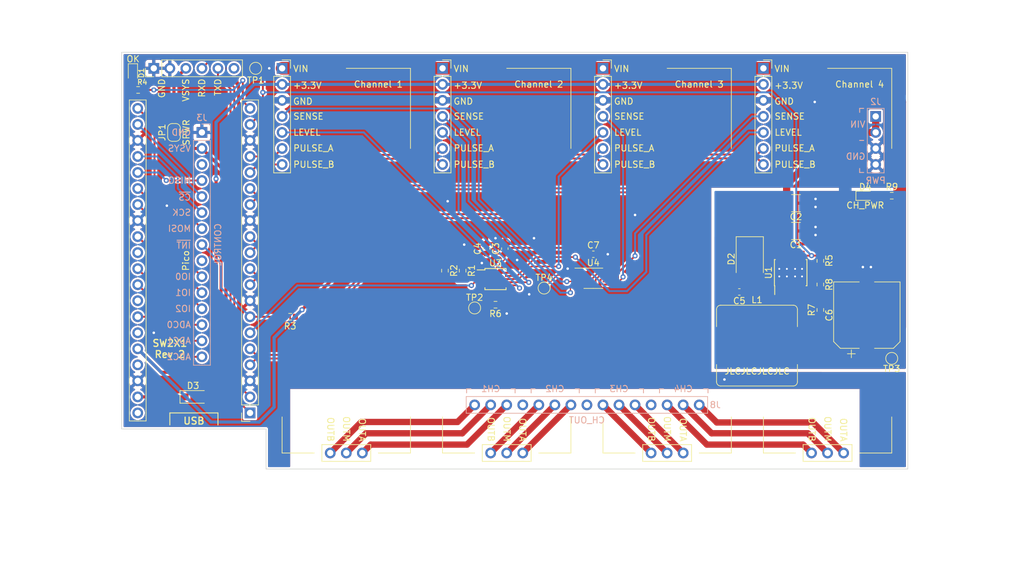
<source format=kicad_pcb>
(kicad_pcb (version 20211014) (generator pcbnew)
  (title_block (title "SW2X1 - Driver Board") (date "2022-12-21") (rev "2") (company "saawsm"))
  (layers (0 "F.Cu" signal) (31 "B.Cu" signal) (34 "B.Paste" user) (35 "F.Paste" user) (36 "B.SilkS" user "B.Silkscreen") (37 "F.SilkS" user "F.Silkscreen") (38 "B.Mask" user) (39 "F.Mask" user) (44 "Edge.Cuts" user))
  (net 0 "")
  (net 1 "VDD")
  (net 2 "GND")
  (net 3 "Net-(D4-Pad2)")
  (net 4 "Net-(C5-Pad2)")
  (net 5 "+9V")
  (net 6 "+3.3V")
  (net 7 "Net-(D1-Pad2)")
  (net 8 "Net-(D3-Pad1)")
  (net 9 "VIN")
  (net 10 "/RXD0")
  (net 11 "/TXD0")
  (net 14 "/~{INT}")
  (net 15 "/MISO")
  (net 16 "/SCK")
  (net 17 "/~{CS}")
  (net 18 "/MOSI")
  (net 20 "/ADC2")
  (net 21 "/ADC1")
  (net 22 "/ADC0")
  (net 23 "/IO2")
  (net 24 "/IO1")
  (net 25 "/IO0")
  (net 26 "/CH1_SENSE")
  (net 27 "/CH1_LVL")
  (net 28 "/CH1_PA")
  (net 29 "/CH1_PB")
  (net 30 "Net-(J4-Pad8)")
  (net 31 "Net-(J4-Pad9)")
  (net 32 "Net-(J4-Pad10)")
  (net 33 "/CH2_SENSE")
  (net 34 "/CH2_LVL")
  (net 35 "/CH2_PA")
  (net 36 "/CH2_PB")
  (net 37 "Net-(J5-Pad8)")
  (net 38 "Net-(J5-Pad9)")
  (net 39 "Net-(J5-Pad10)")
  (net 40 "/CH3_SENSE")
  (net 41 "/CH3_LVL")
  (net 42 "/CH3_PA")
  (net 43 "/CH3_PB")
  (net 44 "Net-(J6-Pad8)")
  (net 45 "Net-(J6-Pad9)")
  (net 46 "Net-(J6-Pad10)")
  (net 47 "/CH4_SENSE")
  (net 48 "/CH4_LVL")
  (net 49 "/CH4_PA")
  (net 50 "/CH4_PB")
  (net 51 "Net-(J7-Pad8)")
  (net 52 "Net-(J7-Pad9)")
  (net 53 "Net-(J7-Pad10)")
  (net 57 "/SCL_PER")
  (net 58 "/SDA_PER")
  (net 59 "/LED_OK")
  (net 60 "/REG_EN")
  (net 61 "/~{LDAC}")
  (net 62 "Net-(R7-Pad1)")
  (net 63 "Net-(TP2-Pad1)")
  (net 64 "Net-(TP4-Pad1)")
  (net 72 "Net-(C5-Pad1)")
  (net 73 "Net-(J1-Pad3)")
  (net 74 "GND1")
  (footprint "Package_SO:MSOP-10_3x3mm_P0.5mm" (layer "F.Cu") (at 132.842 90.551)
    (fp_text reference locked "U3")
    (fp_text value locked "MCP4728")
  )
  (footprint "SaawLib:RPi_Pico_THT" (layer "F.Cu") (at 85.09 87.63 180)
    (fp_text reference "U2" hide)
    (fp_text value locked "Pico")
  )
  (footprint "Resistor_SMD:R_0603_1608Metric" (layer "F.Cu") (at 124.841 89.218 -90)
    (fp_text reference locked "R2")
    (fp_text value locked "4.7K")
  )
  (footprint "Capacitor_SMD:C_0603_1608Metric" (layer "F.Cu") (at 148.336 86.614)
    (fp_text reference locked "C7")
    (fp_text value locked "100nF")
  )
  (footprint "TestPoint:TestPoint_Pad_D1.5mm" (layer "F.Cu") (at 140.541553 91.968402)
    (fp_text reference locked "TP4")
    (fp_text value locked "RDY")
  )
  (footprint "Package_SO:VSSOP-10_3x3mm_P0.5mm" (layer "F.Cu") (at 148.336 90.424)
    (fp_text reference locked "U4")
    (fp_text value locked "ADS1015")
  )
  (footprint "Resistor_SMD:R_0603_1608Metric" (layer "F.Cu") (at 184.277 95.441 -90)
    (fp_text reference locked "R7")
    (fp_text value locked "10K")
  )
  (footprint "Package_SO:TI_SO-PowerPAD-8_ThermalVias" (layer "F.Cu") (at 179.578 89.535 90)
    (fp_text reference locked "U1")
    (fp_text value locked "TPS5430DDA")
  )
  (footprint "Capacitor_SMD:C_0603_1608Metric" (layer "F.Cu") (at 131.445 85.725 90)
    (fp_text reference locked "C4")
    (fp_text value locked "100nF")
  )
  (footprint "SaawLib:SW32-MO_Socket" (layer "F.Cu") (at 134.62 87.63 -90)
    (fp_text reference "J5" hide)
    (fp_text value locked "Channel 2")
  )
  (footprint "Capacitor_SMD:C_1210_3225Metric" (layer "F.Cu") (at 180.418 82.931 180)
    (fp_text reference locked "C1")
    (fp_text value locked "10uF")
  )
  (footprint "Inductor_SMD:L_Bourns_SRR1260" (layer "F.Cu") (at 174.244 101.092)
    (fp_text reference locked "L1")
    (fp_text value locked "15uH")
  )
  (footprint "SaawLib:SW32-MO_Socket" (layer "F.Cu") (at 109.22 87.63 -90)
    (fp_text reference "J4" hide)
    (fp_text value locked "Channel 1")
  )
  (footprint "Capacitor_SMD:C_1210_3225Metric" (layer "F.Cu") (at 180.418 78.522684 180)
    (fp_text reference locked "C2")
    (fp_text value locked "10uF")
  )
  (footprint "Jumper:SolderJumper-2_P1.3mm_Open_RoundedPad1.0x1.5mm" (layer "F.Cu") (at 81.940053 67.31 90)
    (fp_text reference locked "JP1")
    (fp_text value locked "SPWR")
  )
  (footprint "Resistor_SMD:R_0603_1608Metric" (layer "F.Cu") (at 127.635 89.218 -90)
    (fp_text reference locked "R1")
    (fp_text value locked "4.7K")
  )
  (footprint "TestPoint:TestPoint_Pad_D1.5mm" (layer "F.Cu") (at 129.54 95.123)
    (fp_text reference locked "TP2")
    (fp_text value locked "~{BSY}")
  )
  (footprint "Connector_PinHeader_2.54mm:PinHeader_1x06_P2.54mm_Vertical" (layer "F.Cu") (at 78.74 57.15 90)
    (fp_text reference locked "J1")
    (fp_text value "SERIAL (3v3)" hide)
  )
  (footprint "Resistor_SMD:R_0603_1608Metric" (layer "F.Cu") (at 76.263 60.579)
    (fp_text reference locked "R4")
    (fp_text value locked "1.5K")
  )
  (footprint "SaawLib:SW32-MO_Socket" (layer "F.Cu") (at 185.42 87.63 -90)
    (fp_text reference "J7" hide)
    (fp_text value locked "Channel 4")
  )
  (footprint "LED_SMD:LED_0603_1608Metric" (layer "F.Cu") (at 75.438 57.912 -90)
    (fp_text reference locked "D1")
    (fp_text value locked "OK")
  )
  (footprint "TestPoint:TestPoint_Pad_D1.5mm" (layer "F.Cu") (at 195.58 103.124 180)
    (fp_text reference locked "TP3")
    (fp_text value locked "9.2V")
  )
  (footprint "Diode_SMD:D_SMB" (layer "F.Cu") (at 173.101 87.385 -90)
    (fp_text reference locked "D2")
    (fp_text value locked "SSB44-E3")
  )
  (footprint "Resistor_SMD:R_0603_1608Metric" (layer "F.Cu") (at 132.842 94.615 180)
    (fp_text reference locked "R6")
    (fp_text value locked "10K")
  )
  (footprint "Resistor_SMD:R_0603_1608Metric" (layer "F.Cu") (at 184.277 91.41 -90)
    (fp_text reference locked "R8")
    (fp_text value locked "1.5K")
  )
  (footprint "Resistor_SMD:R_0603_1608Metric" (layer "F.Cu") (at 184.277 87.66 -90)
    (fp_text reference locked "R5")
    (fp_text value locked "100K")
  )
  (footprint "Capacitor_SMD:CP_Elec_10x7.9" (layer "F.Cu") (at 191.643 96.266 90)
    (fp_text reference locked "C6")
    (fp_text value locked "180uF")
  )
  (footprint "SaawLib:SW32-MO_Socket" (layer "F.Cu") (at 160.02 87.63 -90)
    (fp_text reference "J6" hide)
    (fp_text value locked "Channel 3")
  )
  (footprint "Resistor_SMD:R_0603_1608Metric" (layer "F.Cu") (at 195.58 77.343 180)
    (fp_text reference "R9")
    (fp_text value "4.7K")
  )
  (footprint "Capacitor_SMD:C_0603_1608Metric" (layer "F.Cu") (at 171.45 92.583 180)
    (fp_text reference locked "C5")
    (fp_text value locked "10nF")
  )
  (footprint "Diode_SMD:D_SOD-123F" (layer "F.Cu") (at 85.09 109.22)
    (fp_text reference locked "D3")
    (fp_text value locked "SS24FL")
  )
  (footprint "LED_SMD:LED_0603_1608Metric" (layer "F.Cu") (at 191.389 77.343)
    (fp_text reference locked "D4")
    (fp_text value locked "CH_PWR")
  )
  (footprint "Capacitor_SMD:C_0603_1608Metric" (layer "F.Cu") (at 134.325 85.725 90)
    (fp_text reference locked "C3")
    (fp_text value locked "10uF")
  )
  (footprint "Resistor_SMD:R_0603_1608Metric" (layer "F.Cu") (at 100.33 96.52 180)
    (fp_text reference locked "R3")
    (fp_text value locked "10K")
  )
  (footprint "TestPoint:TestPoint_Pad_D1.5mm" (layer "F.Cu") (at 94.869 57.15 180)
    (fp_text reference locked "TP1")
    (fp_text value locked "EN")
  )
  (footprint "Connector_PinHeader_2.54mm:PinHeader_1x15_P2.54mm_Vertical" (layer "B.Cu") (at 86.36 67.31 180)
    (fp_text reference locked "J3")
    (fp_text value locked "CONTROL")
  )
  (footprint "Connector_PinHeader_2.54mm:PinHeader_1x04_P2.54mm_Vertical" (layer "B.Cu") (at 193.04 64.77 180)
    (fp_text reference locked "J2")
    (fp_text value "PWR")
  )
  (footprint "NetTie:NetTie-2_SMD_Pad2.0mm" (layer "B.Cu") (at 188.214 76.327 90)
    (fp_text reference "NT1")
    (fp_text value "2 mm")
  )
  (footprint "Connector_PinHeader_2.54mm:PinHeader_1x15_P2.54mm_Vertical" (layer "B.Cu") (at 129.53992 110.49 -90)
    (fp_text reference locked "J8")
    (fp_text value locked "CH_OUT")
  )
  (gr_line locked (start 166.49 108.585) (end 166.49 107.95) (layer "B.SilkS") (width 0.15))
  (gr_line locked (start 138.49 107.95) (end 139.125 107.95) (layer "B.SilkS") (width 0.15))
  (gr_line locked (start 128.27 107.95) (end 128.965 107.95) (layer "B.SilkS") (width 0.15))
  (gr_line locked (start 158.81 107.95) (end 159.445 107.95) (layer "B.SilkS") (width 0.15))
  (gr_line locked (start 148.65 108.585) (end 148.65 107.95) (layer "B.SilkS") (width 0.15))
  (gr_line locked (start 135.95 108.585) (end 135.95 107.95) (layer "B.SilkS") (width 0.15))
  (gr_line locked (start 191.135 68.58) (end 190.5 68.58) (layer "B.SilkS") (width 0.15))
  (gr_line locked (start 128.27 108.585) (end 128.27 107.95) (layer "B.SilkS") (width 0.15))
  (gr_line locked (start 191.135 63.5) (end 190.5 63.5) (layer "B.SilkS") (width 0.15))
  (gr_line locked (start 156.27 108.585) (end 156.27 107.95) (layer "B.SilkS") (width 0.15))
  (gr_line locked (start 190.5 63.5) (end 190.5 64.135) (layer "B.SilkS") (width 0.15))
  (gr_line locked (start 166.49 107.95) (end 165.795 107.95) (layer "B.SilkS") (width 0.15))
  (gr_line locked (start 146.11 108.585) (end 146.11 107.95) (layer "B.SilkS") (width 0.15))
  (gr_line locked (start 148.65 107.95) (end 149.285 107.95) (layer "B.SilkS") (width 0.15))
  (gr_line locked (start 158.81 108.585) (end 158.81 107.95) (layer "B.SilkS") (width 0.15))
  (gr_line locked (start 191.135 73.66) (end 190.5 73.66) (layer "B.SilkS") (width 0.15))
  (gr_line locked (start 156.27 107.95) (end 155.635 107.95) (layer "B.SilkS") (width 0.15))
  (gr_line locked (start 138.49 108.585) (end 138.49 107.95) (layer "B.SilkS") (width 0.15))
  (gr_line locked (start 190.5 73.66) (end 190.5 73.025) (layer "B.SilkS") (width 0.15))
  (gr_line locked (start 146.11 107.95) (end 145.475 107.95) (layer "B.SilkS") (width 0.15))
  (gr_line locked (start 135.95 107.95) (end 135.315 107.95) (layer "B.SilkS") (width 0.15))
  (gr_line locked (start 81.28 113.665) (end 81.28 111.76) (layer "F.SilkS") (width 0.15))
  (gr_line locked (start 81.28 111.76) (end 88.9 111.76) (layer "F.SilkS") (width 0.15))
  (gr_line locked (start 88.9 111.76) (end 88.9 113.665) (layer "F.SilkS") (width 0.15))
  (gr_line locked (start 73.66 54.61) (end 73.66 114.3) (layer "Edge.Cuts") (width 0.1))
  (gr_line locked (start 198.12 54.61) (end 73.66 54.61) (layer "Edge.Cuts") (width 0.1))
  (gr_line locked (start 96.52 114.3) (end 96.52 120.65) (layer "Edge.Cuts") (width 0.1))
  (gr_line locked (start 96.52 120.65) (end 198.12 120.65) (layer "Edge.Cuts") (width 0.1))
  (gr_line locked (start 198.12 120.65) (end 198.12 54.61) (layer "Edge.Cuts") (width 0.1))
  (gr_line locked (start 73.66 114.3) (end 96.52 114.3) (layer "Edge.Cuts") (width 0.1))
  (gr_text "SW2X1\nRev 2" (at 81.28 101.6) (layer "F.SilkS") (effects (font (size 1.1 1.1) (thickness 0.2))))
  (gr_text "JLCJLCJLCJLC" (at 174.272213 105.158009) (layer "F.SilkS") (effects (font (size 1 1))))
  (gr_text "USB" (at 85.09 113.03) (layer "F.SilkS") (effects (font (size 1.1 1.1) (thickness 0.2))))
  (segment (start 81.940053 67.96) (end 82.114554 67.96) (width 0.5) (layer "F.Cu") (net 1))
  (segment (start 82.114554 67.96) (end 84.004554 69.85) (width 0.5) (layer "F.Cu") (net 1))
  (segment locked (start 86.533797 109.22) (end 90.17 105.583797) (width 0.5) (layer "F.Cu") (net 1))
  (segment (start 84.004554 69.85) (end 86.36 69.85) (width 0.5) (layer "F.Cu") (net 1))
  (segment locked (start 86.49 109.22) (end 86.533797 109.22) (width 0.5) (layer "F.Cu") (net 1))
  (segment locked (start 90.17 73.66) (end 86.36 69.85) (width 0.5) (layer "F.Cu") (net 1))
  (segment locked (start 90.17 105.583797) (end 90.17 73.66) (width 0.5) (layer "F.Cu") (net 1))
  (via locked (at 134.62 96.012) (size 0.8) (drill 0.4) (layers "F.Cu" "B.Cu") (net 2))
  (via locked (at 154.94 80.391) (size 0.8) (drill 0.4) (layers "F.Cu" "B.Cu") (net 2))
  (via locked (at 127.889 85.09) (size 0.8) (drill 0.4) (layers "F.Cu" "B.Cu") (net 2))
  (via locked (at 144.272 88.9) (size 0.8) (drill 0.4) (layers "F.Cu" "B.Cu") (net 2))
  (via locked (at 138.938 84.074) (size 0.8) (drill 0.4) (layers "F.Cu" "B.Cu") (net 2))
  (via locked (at 130.683 88.011) (size 0.8) (drill 0.4) (layers "F.Cu" "B.Cu") (net 2))
  (via locked (at 80.808282 78.923205) (size 0.8) (drill 0.4) (layers "F.Cu" "B.Cu") (net 2))
  (via locked (at 136.267903 87.529039) (size 0.8) (drill 0.4) (layers "F.Cu" "B.Cu") (net 2))
  (via locked (at 138.176 92.964) (size 0.8) (drill 0.4) (layers "F.Cu" "B.Cu") (net 2))
  (via locked (at 78.74 99.06) (size 0.8) (drill 0.4) (layers "F.Cu" "B.Cu") (net 2))
  (via locked (at 169.092155 106.464677) (size 0.8) (drill 0.4) (layers "F.Cu" "B.Cu") (net 2))
  (via locked (at 132.842 84.074) (size 0.8) (drill 0.4) (layers "F.Cu" "B.Cu") (net 2))
  (via locked (at 125.271857 78.215775) (size 0.8) (drill 0.4) (layers "F.Cu" "B.Cu") (net 2))
  (via locked (at 183.388 62.484) (size 0.8) (drill 0.4) (layers "F.Cu" "B.Cu") (net 2))
  (via locked (at 97.02 57.15) (size 0.8) (drill 0.4) (layers "F.Cu" "B.Cu") (net 2))
  (via locked (at 150.622 86.614) (size 0.8) (drill 0.4) (layers "F.Cu" "B.Cu") (net 2))
  (segment locked (start 192.1765 77.343) (end 194.755 77.343) (width 0.3) (layer "F.Cu") (net 3))
  (segment locked (start 184.277 96.266) (end 195.961 96.266) (width 0.3) (layer "F.Cu") (net 5))
  (segment locked (start 196.85 62.484) (end 196.85 98.171) (width 2) (layer "F.Cu") (net 5))
  (segment locked (start 175.26 57.15) (end 191.516 57.15) (width 2) (layer "F.Cu") (net 5))
  (segment locked (start 175.26 57.15) (end 99.06 57.15) (width 2) (layer "F.Cu") (net 5))
  (segment locked (start 191.516 57.15) (end 196.85 62.484) (width 2) (layer "F.Cu") (net 5))
  (segment locked (start 150.486 90.424) (end 151.459843 90.424) (width 0.2) (layer "F.Cu") (net 6))
  (segment locked (start 130.642 89.551) (end 128.888612 89.551) (width 0.2) (layer "F.Cu") (net 6))
  (segment locked (start 146.545 85.598) (end 147.561 86.614) (width 0.3) (layer "F.Cu") (net 6))
  (segment locked (start 87.068894 105.324159) (end 88.602633 103.79042) (width 0.5) (layer "F.Cu") (net 6))
  (segment locked (start 134.325 86.5) (end 135.227 85.598) (width 0.3) (layer "F.Cu") (net 6))
  (segment locked (start 151.714905 90.168938) (end 151.714905 89.966095) (width 0.2) (layer "F.Cu") (net 6))
  (segment locked (start 88.602633 103.79042) (end 88.602633 74.660954) (width 0.5) (layer "F.Cu") (net 6))
  (segment locked (start 76.2 101.6) (end 79.924159 105.324159) (width 0.5) (layer "F.Cu") (net 6))
  (segment locked (start 134.325 86.5) (end 131.445 86.5) (width 0.3) (layer "F.Cu") (net 6))
  (segment locked (start 149.339 88.392) (end 150.495 88.392) (width 0.25) (layer "F.Cu") (net 6))
  (segment locked (start 151.459843 90.424) (end 151.714905 90.168938) (width 0.2) (layer "F.Cu") (net 6))
  (segment locked (start 151.047226 88.392) (end 150.495 88.392) (width 0.25) (layer "F.Cu") (net 6))
  (segment locked (start 151.714905 89.966095) (end 151.714905 89.059679) (width 0.25) (layer "F.Cu") (net 6))
  (segment locked (start 135.227 85.598) (end 146.545 85.598) (width 0.3) (layer "F.Cu") (net 6))
  (segment locked (start 101.155 96.464979) (end 111.119979 86.5) (width 0.5) (layer "F.Cu") (net 6))
  (segment locked (start 128.882924 89.551) (end 127.730612 88.398688) (width 0.25) (layer "F.Cu") (net 6))
  (segment locked (start 127.635 88.393) (end 124.841 88.393) (width 0.3) (layer "F.Cu") (net 6))
  (segment locked (start 111.119979 86.5) (end 131.445 86.5) (width 0.5) (layer "F.Cu") (net 6))
  (segment locked (start 147.561 86.614) (end 149.339 88.392) (width 0.25) (layer "F.Cu") (net 6))
  (segment locked (start 101.155 96.52) (end 101.155 96.464979) (width 0.5) (layer "F.Cu") (net 6))
  (segment locked (start 134.325 87.417) (end 134.325 86.5) (width 0.2) (layer "F.Cu") (net 6))
  (segment locked (start 79.924159 105.324159) (end 87.068894 105.324159) (width 0.5) (layer "F.Cu") (net 6))
  (segment locked (start 130.642 89.551) (end 132.191 89.551) (width 0.2) (layer "F.Cu") (net 6))
  (segment locked (start 132.191 89.551) (end 134.325 87.417) (width 0.2) (layer "F.Cu") (net 6))
  (segment locked (start 151.714905 89.059679) (end 151.047226 88.392) (width 0.25) (layer "F.Cu") (net 6))
  (via locked (at 88.602633 74.660954) (size 0.8) (drill 0.4) (layers "F.Cu" "B.Cu") (net 6))
  (via locked (at 102.207843 95.415757) (size 0.8) (drill 0.4) (layers "F.Cu" "B.Cu") (net 6))
  (segment locked (start 87.799923 113.199923) (end 95.419924 113.199923) (width 0.5) (layer "B.Cu") (net 6))
  (segment locked (start 94.615 59.69) (end 88.602633 65.702367) (width 0.5) (layer "B.Cu") (net 6))
  (segment locked (start 76.2 101.6) (end 87.799923 113.199923) (width 0.5) (layer "B.Cu") (net 6))
  (segment locked (start 175.26 59.69) (end 94.615 59.69) (width 0.5) (layer "B.Cu") (net 6))
  (segment locked (start 97.79 99.8336) (end 102.207843 95.415757) (width 0.5) (layer "B.Cu") (net 6))
  (segment locked (start 88.602633 65.702367) (end 88.602633 74.660954) (width 0.5) (layer "B.Cu") (net 6))
  (segment locked (start 95.419924 113.199923) (end 97.79 110.829847) (width 0.5) (layer "B.Cu") (net 6))
  (segment locked (start 97.79 110.829847) (end 97.79 99.8336) (width 0.5) (layer "B.Cu") (net 6))
  (segment locked (start 75.438 60.579) (end 75.438 58.6995) (width 0.3) (layer "F.Cu") (net 7))
  (segment locked (start 76.2 109.22) (end 83.69 109.22) (width 0.5) (layer "F.Cu") (net 8))
  (segment locked (start 178.943 82.931) (end 178.943 78.522684) (width 1.15) (layer "F.Cu") (net 9))
  (segment locked (start 178.943 75.565) (end 187.198 67.31) (width 1.15) (layer "F.Cu") (net 9))
  (segment locked (start 193.04 67.31) (end 193.04 64.77) (width 1.15) (layer "F.Cu") (net 9))
  (segment locked (start 178.943 82.931) (end 178.943 86.835) (width 0.8) (layer "F.Cu") (net 9))
  (segment locked (start 178.943 78.522684) (end 178.943 75.565) (width 1.15) (layer "F.Cu") (net 9))
  (segment locked (start 187.198 67.31) (end 193.04 67.31) (width 1.15) (layer "F.Cu") (net 9))
  (segment locked (start 93.98 109.22) (end 91.486366 106.726366) (width 0.3) (layer "F.Cu") (net 10))
  (segment locked (start 91.486365 60.158543) (end 90.17 58.842178) (width 0.3) (layer "F.Cu") (net 10))
  (segment locked (start 90.17 56.388) (end 89.535 55.753) (width 0.3) (layer "F.Cu") (net 10))
  (segment locked (start 91.486366 106.726366) (end 91.486365 60.158543) (width 0.3) (layer "F.Cu") (net 10))
  (segment locked (start 87.757 55.753) (end 86.36 57.15) (width 0.3) (layer "F.Cu") (net 10))
  (segment locked (start 89.535 55.753) (end 87.757 55.753) (width 0.3) (layer "F.Cu") (net 10))
  (segment locked (start 90.17 58.842178) (end 90.17 56.388) (width 0.3) (layer "F.Cu") (net 10))
  (segment locked (start 88.9 57.15) (end 88.9 58.42) (width 0.3) (layer "F.Cu") (net 11))
  (segment locked (start 88.9 58.42) (end 90.886865 60.406865) (width 0.3) (layer "F.Cu") (net 11))
  (segment locked (start 90.886865 108.666865) (end 93.98 111.76) (width 0.3) (layer "F.Cu") (net 11))
  (segment locked (start 90.886865 60.406865) (end 90.886865 108.666865) (width 0.3) (layer "F.Cu") (net 11))
  (segment locked (start 99.505 96.52) (end 93.98 96.52) (width 0.3) (layer "F.Cu") (net 14))
  (segment locked (start 89.377022 88.107022) (end 86.36 85.09) (width 0.3) (layer "B.Cu") (net 14))
  (segment locked (start 89.377022 91.917022) (end 89.377022 88.107022) (width 0.3) (layer "B.Cu") (net 14))
  (segment locked (start 93.98 96.52) (end 89.377022 91.917022) (width 0.3) (layer "B.Cu") (net 14))
  (segment locked (start 80.728041 74.93) (end 80.7186 74.920559) (width 0.3) (layer "F.Cu") (net 15))
  (segment locked (start 86.36 74.93) (end 80.728041 74.93) (width 0.3) (layer "F.Cu") (net 15))
  (via locked (at 80.7186 74.920559) (size 0.8) (drill 0.4) (layers "F.Cu" "B.Cu") (net 15))
  (segment locked (start 76.2 73.66) (end 79.458041 73.66) (width 0.3) (layer "B.Cu") (net 15))
  (segment locked (start 79.458041 73.66) (end 80.7186 74.920559) (width 0.3) (layer "B.Cu") (net 15))
  (segment locked (start 79.258626 71.12) (end 82.55 74.411374) (width 0.3) (layer "B.Cu") (net 16))
  (segment locked (start 76.2 71.12) (end 79.258626 71.12) (width 0.3) (layer "B.Cu") (net 16))
  (segment locked (start 82.55 74.411374) (end 82.55 76.2) (width 0.3) (layer "B.Cu") (net 16))
  (segment locked (start 82.55 76.2) (end 86.36 80.01) (width 0.3) (layer "B.Cu") (net 16))
  (segment locked (start 84.346584 74.186584) (end 84.355438 74.186584) (width 0.3) (layer "B.Cu") (net 17))
  (segment locked (start 84.355438 75.465438) (end 86.36 77.47) (width 0.3) (layer "B.Cu") (net 17))
  (segment locked (start 84.355438 74.186584) (end 84.355438 75.465438) (width 0.3) (layer "B.Cu") (net 17))
  (segment locked (start 76.2 66.04) (end 84.346584 74.186584) (width 0.3) (layer "B.Cu") (net 17))
  (segment locked (start 76.2 63.5) (end 78.85416 66.15416) (width 0.3) (layer "F.Cu") (net 18))
  (segment locked (start 78.85416 75.04416) (end 86.36 82.55) (width 0.3) (layer "F.Cu") (net 18))
  (segment locked (start 78.85416 66.15416) (end 78.85416 75.04416) (width 0.3) (layer "F.Cu") (net 18))
  (segment locked (start 86.36 102.87) (end 84.964296 102.87) (width 0.3) (layer "F.Cu") (net 20))
  (segment locked (start 78.614296 96.52) (end 76.2 96.52) (width 0.3) (layer "F.Cu") (net 20))
  (segment locked (start 84.964296 102.87) (end 78.614296 96.52) (width 0.3) (layer "F.Cu") (net 20))
  (segment locked (start 85.09 100.33) (end 76.2 91.44) (width 0.3) (layer "F.Cu") (net 21))
  (segment locked (start 86.36 100.33) (end 85.09 100.33) (width 0.3) (layer "F.Cu") (net 21))
  (segment locked (start 86.36 97.79) (end 85.055451 97.79) (width 0.3) (layer "F.Cu") (net 22))
  (segment locked (start 76.2 88.934549) (end 76.2 88.9) (width 0.3) (layer "F.Cu") (net 22))
  (segment locked (start 85.055451 97.79) (end 76.2 88.934549) (width 0.3) (layer "F.Cu") (net 22))
  (segment locked (start 86.36 95.236718) (end 78.753282 87.63) (width 0.3) (layer "F.Cu") (net 23))
  (segment locked (start 78.74 87.63) (end 78.74 86.36) (width 0.3) (layer "F.Cu") (net 23))
  (segment locked (start 78.753282 87.63) (end 78.74 87.63) (width 0.3) (layer "F.Cu") (net 23))
  (segment locked (start 86.36 95.25) (end 86.36 95.236718) (width 0.3) (layer "F.Cu") (net 23))
  (segment locked (start 78.74 86.36) (end 76.2 83.82) (width 0.3) (layer "F.Cu") (net 23))
  (segment locked (start 80.774656 83.314656) (end 76.2 78.74) (width 0.3) (layer "F.Cu") (net 24))
  (segment locked (start 80.774656 87.124656) (end 80.774656 83.314656) (width 0.3) (layer "F.Cu") (net 24))
  (segment locked (start 86.36 92.71) (end 80.774656 87.124656) (width 0.3) (layer "F.Cu") (net 24))
  (segment locked (start 82.781879 82.781879) (end 82.781879 86.591879) (width 0.3) (layer "F.Cu") (net 25))
  (segment locked (start 76.2 76.2) (end 82.781879 82.781879) (width 0.3) (layer "F.Cu") (net 25))
  (segment locked (start 82.781879 86.591879) (end 86.36 90.17) (width 0.3) (layer "F.Cu") (net 25))
  (segment locked (start 146.186 90.924) (end 144.158691 90.924) (width 0.2) (layer "F.Cu") (net 26))
  (via locked (at 144.137407 90.945284) (size 0.8) (drill 0.4) (layers "F.Cu" "B.Cu") (net 26))
  (segment locked (start 125.680009 63.52461) (end 130.193876 68.038477) (width 0.3) (layer "B.Cu") (net 26))
  (segment locked (start 130.193876 77.927998) (end 143.211162 90.945284) (width 0.3) (layer "B.Cu") (net 26))
  (segment locked (start 100.30539 63.52461) (end 125.680009 63.52461) (width 0.3) (layer "B.Cu") (net 26))
  (segment locked (start 143.211162 90.945284) (end 144.137407 90.945284) (width 0.3) (layer "B.Cu") (net 26))
  (segment locked (start 99.06 64.77) (end 100.30539 63.52461) (width 0.3) (layer "B.Cu") (net 26))
  (segment locked (start 130.193876 68.038477) (end 130.193876 77.927998) (width 0.3) (layer "B.Cu") (net 26))
  (segment locked (start 136.227422 91.551) (end 136.656346 91.979924) (width 0.25) (layer "F.Cu") (net 27))
  (segment locked (start 135.042 91.551) (end 136.227422 91.551) (width 0.25) (layer "F.Cu") (net 27))
  (via locked (at 136.656346 91.979924) (size 0.8) (drill 0.4) (layers "F.Cu" "B.Cu") (net 27))
  (segment locked (start 111.986422 67.31) (end 136.656346 91.979924) (width 0.3) (layer "B.Cu") (net 27))
  (segment locked (start 99.06 67.31) (end 111.986422 67.31) (width 0.3) (layer "B.Cu") (net 27))
  (segment locked (start 97.79 71.12) (end 99.06 69.85) (width 0.3) (layer "F.Cu") (net 28))
  (segment locked (start 97.79 71.12) (end 93.98 71.12) (width 0.3) (layer "F.Cu") (net 28))
  (segment locked (start 93.98 73.66) (end 95.25 72.39) (width 0.3) (layer "F.Cu") (net 29))
  (segment locked (start 95.25 72.39) (end 99.06 72.39) (width 0.3) (layer "F.Cu") (net 29))
  (segment locked (start 113.091129 116.778871) (end 111.76 118.11) (width 1) (layer "F.Cu") (net 30))
  (segment locked (start 134.61992 110.49) (end 128.331049 116.778871) (width 1) (layer "F.Cu") (net 30))
  (segment locked (start 128.331049 116.778871) (end 113.091129 116.778871) (width 1) (layer "F.Cu") (net 30))
  (segment locked (start 109.22 118.11) (end 112.341425 114.988575) (width 1) (layer "F.Cu") (net 31))
  (segment locked (start 112.341425 114.988575) (end 127.581345 114.988575) (width 1) (layer "F.Cu") (net 31))
  (segment locked (start 127.581345 114.988575) (end 132.07992 110.49) (width 1) (layer "F.Cu") (net 31))
  (segment locked (start 111.591721 113.198279) (end 106.68 118.11) (width 1) (layer "F.Cu") (net 32))
  (segment locked (start 129.53992 110.49) (end 126.831641 113.198279) (width 1) (layer "F.Cu") (net 32))
  (segment locked (start 126.831641 113.198279) (end 111.591721 113.198279) (width 1) (layer "F.Cu") (net 32))
  (segment locked (start 144.70867 91.863386) (end 144.70867 92.71) (width 0.2) (layer "F.Cu") (net 33))
  (segment locked (start 146.186 91.424) (end 145.148055 91.424) (width 0.2) (layer "F.Cu") (net 33))
  (segment locked (start 145.148055 91.424) (end 144.70867 91.863386) (width 0.2) (layer "F.Cu") (net 33))
  (via locked (at 144.70867 92.71) (size 0.8) (drill 0.4) (layers "F.Cu" "B.Cu") (net 33))
  (segment locked (start 124.542696 64.77) (end 128.589414 68.816718) (width 0.3) (layer "B.Cu") (net 33))
  (segment locked (start 128.589414 68.816718) (end 128.589414 78.179939) (width 0.3) (layer "B.Cu") (net 33))
  (segment locked (start 143.119475 92.71) (end 144.70867 92.71) (width 0.3) (layer "B.Cu") (net 33))
  (segment locked (start 128.589414 78.179939) (end 143.119475 92.71) (width 0.3) (layer "B.Cu") (net 33))
  (segment locked (start 124.46 64.77) (end 124.542696 64.77) (width 0.3) (layer "B.Cu") (net 33))
  (segment locked (start 135.042 91.051) (end 138.087973 91.051) (width 0.25) (layer "F.Cu") (net 34))
  (via locked (at 138.113051 91.076078) (size 0.8) (drill 0.4) (layers "F.Cu" "B.Cu") (net 34))
  (segment locked (start 127 69.85) (end 124.46 67.31) (width 0.3) (layer "B.Cu") (net 34))
  (segment locked (start 127 69.85) (end 127 79.963027) (width 0.3) (layer "B.Cu") (net 34))
  (segment locked (start 127 79.963027) (end 138.113051 91.076078) (width 0.3) (layer "B.Cu") (net 34))
  (segment locked (start 99.058078 77.143564) (end 105.335799 70.865843) (width 0.3) (layer "F.Cu") (net 35))
  (segment locked (start 123.444157 70.865843) (end 124.46 69.85) (width 0.3) (layer "F.Cu") (net 35))
  (segment locked (start 93.98 76.2) (end 94.923564 77.143564) (width 0.3) (layer "F.Cu") (net 35))
  (segment locked (start 99.058078 77.143564) (end 94.923564 77.143564) (width 0.3) (layer "F.Cu") (net 35))
  (segment locked (start 105.335799 70.865843) (end 123.444157 70.865843) (width 0.3) (layer "F.Cu") (net 35))
  (segment locked (start 93.98 78.74) (end 94.964369 77.755631) (width 0.3) (layer "F.Cu") (net 36))
  (segment locked (start 123.54791 71.47791) (end 124.46 72.39) (width 0.3) (layer "F.Cu") (net 36))
  (segment locked (start 99.316869 77.755631) (end 105.59459 71.47791) (width 0.3) (layer "F.Cu") (net 36))
  (segment locked (start 105.59459 71.47791) (end 123.54791 71.47791) (width 0.3) (layer "F.Cu") (net 36))
  (segment locked (start 99.316869 77.755631) (end 94.964369 77.755631) (width 0.3) (layer "F.Cu") (net 36))
  (segment locked (start 137.16 118.11) (end 144.77992 110.49008) (width 1) (layer "F.Cu") (net 37))
  (segment locked (start 134.62 118.11) (end 142.23992 110.49008) (width 1) (layer "F.Cu") (net 38))
  (segment locked (start 139.69992 110.49) (end 132.08 118.10992) (width 1) (layer "F.Cu") (net 39))
  (segment locked (start 151.781 91.424) (end 151.909515 91.424) (width 0.25) (layer "F.Cu") (net 40))
  (segment locked (start 150.486 91.424) (end 151.781 91.424) (width 0.2) (layer "F.Cu") (net 40))
  (segment locked (start 151.909515 91.424) (end 153.039586 90.293929) (width 0.25) (layer "F.Cu") (net 40))
  (via locked (at 153.039586 90.206059) (size 0.8) (drill 0.4) (layers "F.Cu" "B.Cu") (net 40))
  (segment locked (start 153.039586 67.949586) (end 153.039586 90.206059) (width 0.3) (layer "B.Cu") (net 40))
  (segment locked (start 149.86 64.77) (end 153.039586 67.949586) (width 0.3) (layer "B.Cu") (net 40))
  (segment locked (start 135.042 90.551) (end 136.525 90.551) (width 0.25) (layer "F.Cu") (net 41))
  (segment locked (start 138.522895 88.553105) (end 142.84978 88.553105) (width 0.25) (layer "F.Cu") (net 41))
  (segment locked (start 136.525 90.551) (end 138.522895 88.553105) (width 0.25) (layer "F.Cu") (net 41))
  (via locked (at 142.84978 88.553105) (size 0.8) (drill 0.4) (layers "F.Cu" "B.Cu") (net 41))
  (segment locked (start 142.84978 74.32022) (end 142.84978 88.553105) (width 0.3) (layer "B.Cu") (net 41))
  (segment locked (start 149.86 67.31) (end 142.84978 74.32022) (width 0.3) (layer "B.Cu") (net 41))
  (segment locked (start 105.739996 75.727499) (end 131.696689 75.727499) (width 0.3) (layer "F.Cu") (net 42))
  (segment locked (start 96.663519 84.803976) (end 105.739996 75.727499) (width 0.3) (layer "F.Cu") (net 42))
  (segment locked (start 94.966992 84.803976) (end 94.965484 84.805484) (width 0.3) (layer "F.Cu") (net 42))
  (segment locked (start 136.608284 70.815904) (end 148.894096 70.815904) (width 0.3) (layer "F.Cu") (net 42))
  (segment locked (start 131.696689 75.727499) (end 136.608284 70.815904) (width 0.3) (layer "F.Cu") (net 42))
  (segment locked (start 96.663519 84.803976) (end 94.966992 84.803976) (width 0.3) (layer "F.Cu") (net 42))
  (segment locked (start 93.98 83.82) (end 94.965484 84.805484) (width 0.3) (layer "F.Cu") (net 42))
  (segment locked (start 148.894096 70.815904) (end 149.86 69.85) (width 0.3) (layer "F.Cu") (net 42))
  (segment locked (start 106.000734 76.327) (end 96.899308 85.428426) (width 0.3) (layer "F.Cu") (net 43))
  (segment locked (start 149.86 72.39) (end 148.916752 71.446752) (width 0.3) (layer "F.Cu") (net 43))
  (segment locked (start 94.911798 85.428426) (end 94.911686 85.428314) (width 0.3) (layer "F.Cu") (net 43))
  (segment locked (start 94.911686 85.428314) (end 93.98 86.36) (width 0.3) (layer "F.Cu") (net 43))
  (segment locked (start 136.833248 71.446752) (end 131.953 76.327) (width 0.3) (layer "F.Cu") (net 43))
  (segment locked (start 148.916752 71.446752) (end 136.833248 71.446752) (width 0.3) (layer "F.Cu") (net 43))
  (segment locked (start 96.899308 85.428426) (end 94.911798 85.428426) (width 0.3) (layer "F.Cu") (net 43))
  (segment locked (start 131.953 76.327) (end 106.000734 76.327) (width 0.3) (layer "F.Cu") (net 43))
  (segment locked (start 162.56 118.11) (end 157.716286 113.266286) (width 1) (layer "F.Cu") (net 44))
  (segment locked (start 157.716206 113.266286) (end 154.93992 110.49) (width 1) (layer "F.Cu") (net 44))
  (segment locked (start 156.897432 114.987512) (end 152.39992 110.49) (width 1) (layer "F.Cu") (net 45))
  (segment locked (start 160.02 118.11) (end 156.897512 114.987512) (width 1) (layer "F.Cu") (net 45))
  (segment locked (start 149.85992 110.49) (end 156.128311 116.758391) (width 1) (layer "F.Cu") (net 46))
  (segment locked (start 156.128391 116.758391) (end 157.48 118.11) (width 1) (layer "F.Cu") (net 46))
  (segment locked (start 151.703114 90.924) (end 152.265086 90.362028) (width 0.25) (layer "F.Cu") (net 47))
  (segment locked (start 152.265086 89.542914) (end 152.4 89.408) (width 0.25) (layer "F.Cu") (net 47))
  (segment locked (start 151.519 90.924) (end 151.703114 90.924) (width 0.2) (layer "F.Cu") (net 47))
  (segment locked (start 150.486 90.924) (end 151.519 90.924) (width 0.2) (layer "F.Cu") (net 47))
  (segment locked (start 152.4 89.408) (end 154.94 86.868) (width 0.3) (layer "F.Cu") (net 47))
  (segment locked (start 152.265086 90.362028) (end 152.265086 89.542914) (width 0.25) (layer "F.Cu") (net 47))
  (via locked (at 154.94 86.868) (size 0.8) (drill 0.4) (layers "F.Cu" "B.Cu") (net 47))
  (segment locked (start 173.482 64.77) (end 154.94 83.312) (width 0.3) (layer "B.Cu") (net 47))
  (segment locked (start 175.26 64.77) (end 173.482 64.77) (width 0.3) (layer "B.Cu") (net 47))
  (segment locked (start 154.94 83.312) (end 154.94 86.868) (width 0.3) (layer "B.Cu") (net 47))
  (segment locked (start 136.2505 90.051) (end 139.236687 87.064813) (width 0.25) (layer "F.Cu") (net 48))
  (segment locked (start 139.236687 87.064813) (end 145.490658 87.064813) (width 0.25) (layer "F.Cu") (net 48))
  (segment locked (start 135.042 90.051) (end 136.2505 90.051) (width 0.2) (layer "F.Cu") (net 48))
  (via locked (at 145.490658 87.064813) (size 0.8) (drill 0.4) (layers "F.Cu" "B.Cu") (net 48))
  (segment locked (start 156.718 83.566) (end 172.974 67.31) (width 0.3) (layer "B.Cu") (net 48))
  (segment locked (start 153.67 92.456) (end 150.881845 92.456) (width 0.3) (layer "B.Cu") (net 48))
  (segment locked (start 150.881845 92.456) (end 145.490658 87.064813) (width 0.3) (layer "B.Cu") (net 48))
  (segment locked (start 156.718 89.408) (end 153.67 92.456) (width 0.3) (layer "B.Cu") (net 48))
  (segment locked (start 156.718 89.408) (end 156.718 83.566) (width 0.3) (layer "B.Cu") (net 48))
  (segment locked (start 172.974 67.31) (end 175.26 67.31) (width 0.3) (layer "B.Cu") (net 48))
  (segment locked (start 107.034 80.264) (end 135.061637 80.264) (width 0.3) (layer "F.Cu") (net 49))
  (segment locked (start 139.148644 76.176993) (end 156.141667 76.176993) (width 0.3) (layer "F.Cu") (net 49))
  (segment locked (start 156.141667 76.176993) (end 156.889912 75.428748) (width 0.3) (layer "F.Cu") (net 49))
  (segment locked (start 156.889912 75.428748) (end 161.507066 70.811594) (width 0.3) (layer "F.Cu") (net 49))
  (segment locked (start 93.98 88.9) (end 94.932104 89.852104) (width 0.3) (layer "F.Cu") (net 49))
  (segment locked (start 161.507066 70.811594) (end 174.298406 70.811594) (width 0.3) (layer "F.Cu") (net 49))
  (segment locked (start 174.298406 70.811594) (end 175.26 69.85) (width 0.3) (layer "F.Cu") (net 49))
  (segment locked (start 135.061637 80.264) (end 139.148644 76.176993) (width 0.3) (layer "F.Cu") (net 49))
  (segment locked (start 97.445896 89.852104) (end 94.932104 89.852104) (width 0.3) (layer "F.Cu") (net 49))
  (segment locked (start 97.445896 89.852104) (end 107.034 80.264) (width 0.3) (layer "F.Cu") (net 49))
  (segment locked (start 135.317709 80.899) (end 107.289335 80.899) (width 0.3) (layer "F.Cu") (net 50))
  (segment locked (start 156.357793 76.814207) (end 139.402502 76.814207) (width 0.3) (layer "F.Cu") (net 50))
  (segment locked (start 139.402502 76.814207) (end 135.317709 80.899) (width 0.3) (layer "F.Cu") (net 50))
  (segment locked (start 107.289335 80.899) (end 97.724164 90.464171) (width 0.3) (layer "F.Cu") (net 50))
  (segment locked (start 161.748339 71.423661) (end 156.357793 76.814207) (width 0.3) (layer "F.Cu") (net 50))
  (segment locked (start 174.293661 71.423661) (end 161.748339 71.423661) (width 0.3) (layer "F.Cu") (net 50))
  (segment locked (start 94.955829 90.464171) (end 93.98 91.44) (width 0.3) (layer "F.Cu") (net 50))
  (segment locked (start 175.26 72.39) (end 174.293661 71.423661) (width 0.3) (layer "F.Cu") (net 50))
  (segment locked (start 97.724164 90.464171) (end 94.955829 90.464171) (width 0.3) (layer "F.Cu") (net 50))
  (segment locked (start 183.119765 113.269765) (end 167.879685 113.269765) (width 1) (layer "F.Cu") (net 51))
  (segment locked (start 187.96 118.11) (end 183.119765 113.269765) (width 1) (layer "F.Cu") (net 51))
  (segment locked (start 167.879685 113.269765) (end 165.09992 110.49) (width 1) (layer "F.Cu") (net 51))
  (segment locked (start 182.293553 114.983553) (end 167.053473 114.983553) (width 1) (layer "F.Cu") (net 52))
  (segment locked (start 167.053473 114.983553) (end 162.55992 110.49) (width 1) (layer "F.Cu") (net 52))
  (segment locked (start 185.42 118.11) (end 182.293553 114.983553) (width 1) (layer "F.Cu") (net 52))
  (segment locked (start 182.88 118.11) (end 181.54895 116.77895) (width 1) (layer "F.Cu") (net 53))
  (segment locked (start 181.54895 116.77895) (end 166.30887 116.77895) (width 1) (layer "F.Cu") (net 53))
  (segment locked (start 166.30887 116.77895) (end 160.01992 110.49) (width 1) (layer "F.Cu") (net 53))
  (segment locked (start 136.088402 94.361) (end 145.669 94.361) (width 0.25) (layer "F.Cu") (net 57))
  (segment locked (start 133.341501 90.9791) (end 133.341501 91.614099) (width 0.25) (layer "F.Cu") (net 57))
  (segment locked (start 148.209 91.821) (end 148.209 90.424) (width 0.25) (layer "F.Cu") (net 57))
  (segment locked (start 130.642 90.051) (end 132.413401 90.051) (width 0.2) (layer "F.Cu") (net 57))
  (segment locked (start 145.669 94.361) (end 148.209 91.821) (width 0.25) (layer "F.Cu") (net 57))
  (segment locked (start 112.373108 89.235745) (end 126.827745 89.235745) (width 0.3) (layer "F.Cu") (net 57))
  (segment locked (start 133.341501 91.614099) (end 136.088402 94.361) (width 0.25) (layer "F.Cu") (net 57))
  (segment locked (start 149.209 89.424) (end 150.486 89.424) (width 0.2) (layer "F.Cu") (net 57))
  (segment locked (start 130.6175 90.0755) (end 127.6675 90.0755) (width 0.2) (layer "F.Cu") (net 57))
  (segment locked (start 93.98 101.6) (end 94.943966 102.563966) (width 0.3) (layer "F.Cu") (net 57))
  (segment locked (start 99.044887 102.563966) (end 112.373108 89.235745) (width 0.3) (layer "F.Cu") (net 57))
  (segment locked (start 132.413401 90.051) (end 133.341501 90.9791) (width 0.25) (layer "F.Cu") (net 57))
  (segment locked (start 126.827745 89.235745) (end 127.635 90.043) (width 0.3) (layer "F.Cu") (net 57))
  (segment locked (start 148.209 90.424) (end 149.209 89.424) (width 0.25) (layer "F.Cu") (net 57))
  (segment locked (start 99.044887 102.563966) (end 94.943966 102.563966) (width 0.3) (layer "F.Cu") (net 57))
  (segment locked (start 150.486 89.924) (end 149.415402 89.924) (width 0.2) (layer "F.Cu") (net 58))
  (segment locked (start 128.397 90.932) (end 126.873 90.932) (width 0.3) (layer "F.Cu") (net 58))
  (segment locked (start 126.873 90.932) (end 125.984 90.043) (width 0.3) (layer "F.Cu") (net 58))
  (segment locked (start 135.881501 94.860501) (end 132.842 91.820999) (width 0.25) (layer "F.Cu") (net 58))
  (segment locked (start 148.708501 90.630901) (end 148.708501 92.027901) (width 0.25) (layer "F.Cu") (net 58))
  (segment locked (start 99.250736 103.135229) (end 94.984771 103.135229) (width 0.3) (layer "F.Cu") (net 58))
  (segment locked (start 130.642 90.551) (end 128.778 90.551) (width 0.25) (layer "F.Cu") (net 58))
  (segment locked (start 128.778 90.551) (end 128.397 90.932) (width 0.25) (layer "F.Cu") (net 58))
  (segment locked (start 149.415402 89.924) (end 148.708501 90.630901) (width 0.25) (layer "F.Cu") (net 58))
  (segment locked (start 112.342965 90.043) (end 124.841 90.043) (width 0.3) (layer "F.Cu") (net 58))
  (segment locked (start 148.708501 92.027901) (end 145.8759 94.860501) (width 0.25) (layer "F.Cu") (net 58))
  (segment locked (start 132.842 91.820999) (end 132.842 91.186001) (width 0.25) (layer "F.Cu") (net 58))
  (segment locked (start 132.842 91.186001) (end 132.207 90.551) (width 0.25) (layer "F.Cu") (net 58))
  (segment locked (start 132.207 90.551) (end 130.642 90.551) (width 0.25) (layer "F.Cu") (net 58))
  (segment locked (start 93.98 104.14) (end 94.984771 103.135229) (width 0.3) (layer "F.Cu") (net 58))
  (segment locked (start 125.984 90.043) (end 124.841 90.043) (width 0.3) (layer "F.Cu") (net 58))
  (segment locked (start 145.8759 94.860501) (end 135.881501 94.860501) (width 0.25) (layer "F.Cu") (net 58))
  (segment locked (start 99.250736 103.135229) (end 112.342965 90.043) (width 0.3) (layer "F.Cu") (net 58))
  (segment locked (start 93.98 63.5) (end 92.837 62.357) (width 0.3) (layer "F.Cu") (net 59))
  (segment locked (start 92.837 62.357) (end 92.837 59.055) (width 0.3) (layer "F.Cu") (net 59))
  (segment locked (start 77.088 60.579) (end 78.74 60.579) (width 0.3) (layer "F.Cu") (net 59))
  (via locked (at 92.837 59.055) (size 0.8) (drill 0.4) (layers "F.Cu" "B.Cu") (net 59))
  (via locked (at 78.74 60.579) (size 0.8) (drill 0.4) (layers "F.Cu" "B.Cu") (net 59))
  (segment locked (start 92.837 59.055) (end 91.313 60.579) (width 0.3) (layer "B.Cu") (net 59))
  (segment locked (start 91.313 60.579) (end 78.74 60.579) (width 0.3) (layer "B.Cu") (net 59))
  (segment locked (start 96.012 60.96) (end 96.012 58.293) (width 0.3) (layer "F.Cu") (net 60))
  (segment locked (start 181.483 86.835) (end 184.277 86.835) (width 0.3) (layer "F.Cu") (net 60))
  (segment locked (start 93.98 66.04) (end 96.012 64.008) (width 0.3) (layer "F.Cu") (net 60))
  (segment locked (start 96.012 64.008) (end 96.012 60.96) (width 0.3) (layer "F.Cu") (net 60))
  (segment locked (start 96.012 58.293) (end 94.869 57.15) (width 0.3) (layer "F.Cu") (net 60))
  (via locked (at 96.004 60.96) (size 0.8) (drill 0.4) (layers "F.Cu" "B.Cu") (net 60))
  (via locked (at 182.88 86.835) (size 0.8) (drill 0.4) (layers "F.Cu" "B.Cu") (net 60))
  (segment locked (start 180.462413 64.892413) (end 176.53 60.96) (width 0.3) (layer "B.Cu") (net 60))
  (segment locked (start 176.53 60.96) (end 96.004 60.96) (width 0.3) (layer "B.Cu") (net 60))
  (segment locked (start 182.88 86.835) (end 180.462413 84.417413) (width 0.3) (layer "B.Cu") (net 60))
  (segment locked (start 180.462413 84.417413) (end 180.462413 64.892413) (width 0.3) (layer "B.Cu") (net 60))
  (segment locked (start 131.961499 91.370499) (end 131.961499 94.559499) (width 0.25) (layer "F.Cu") (net 61))
  (segment locked (start 129.548 91.051) (end 129.032 91.567) (width 0.25) (layer "F.Cu") (net 61))
  (segment locked (start 131.642 91.051) (end 131.961499 91.370499) (width 0.25) (layer "F.Cu") (net 61))
  (segment locked (start 130.642 91.051) (end 131.642 91.051) (width 0.25) (layer "F.Cu") (net 61))
  (segment locked (start 130.642 91.051) (end 129.548 91.051) (width 0.25) (layer "F.Cu") (net 61))
  (via locked (at 129.032 91.567) (size 0.8) (drill 0.4) (layers "F.Cu" "B.Cu") (net 61))
  (segment locked (start 129.002246 91.565995) (end 129.003251 91.567) (width 0.3) (layer "B.Cu") (net 61))
  (segment locked (start 93.98 99.06) (end 101.474005 91.565995) (width 0.3) (layer "B.Cu") (net 61))
  (segment locked (start 101.474005 91.565995) (end 129.002246 91.565995) (width 0.3) (layer "B.Cu") (net 61))
  (segment locked (start 184.277 94.616) (end 184.277 92.235) (width 0.3) (layer "F.Cu") (net 62))
  (segment locked (start 184.277 92.235) (end 181.483 92.235) (width 0.3) (layer "F.Cu") (net 62))
  (segment locked (start 130.048 94.615) (end 130.642 94.021) (width 0.25) (layer "F.Cu") (net 63))
  (segment locked (start 130.642 94.021) (end 130.642 91.551) (width 0.25) (layer "F.Cu") (net 63))
  (segment locked (start 146.186 89.924) (end 142.613 89.924) (width 0.2) (layer "F.Cu") (net 64))
  (segment locked (start 142.613 89.924) (end 140.568598 91.968402) (width 0.2) (layer "F.Cu") (net 64))
  (segment locked (start 172.339 92.583) (end 173.355 92.583) (width 0.3) (layer "F.Cu") (net 72))
  (segment locked (start 173.355 92.583) (end 173.69973 92.23827) (width 0.3) (layer "F.Cu") (net 72))
  (segment locked (start 173.69973 92.23827) (end 177.66973 92.23827) (width 0.3) (layer "F.Cu") (net 72))
  (segment (start 81.934541 66.654488) (end 81.940053 66.66) (width 0.5) (layer "F.Cu") (net 73))
  (segment (start 81.934541 59.035459) (end 81.934541 66.654488) (width 0.5) (layer "F.Cu") (net 73))
  (segment (start 83.82 57.15) (end 81.934541 59.035459) (width 0.5) (layer "F.Cu") (net 73))
  (segment locked (start 180.213 86.835) (end 180.213 88.87) (width 0.6) (layer "F.Cu") (net 74))
  (via locked (at 183.515 82.296) (size 0.8) (drill 0.4) (layers "F.Cu" "B.Cu") (net 74))
  (via locked (at 183.515 77.851) (size 0.8) (drill 0.4) (layers "F.Cu" "B.Cu") (net 74))
  (via locked (at 183.515 79.121) (size 0.8) (drill 0.4) (layers "F.Cu" "B.Cu") (net 74))
  (via locked (at 191.008 88.646) (size 0.8) (drill 0.4) (layers "F.Cu" "B.Cu") (net 74))
  (via locked (at 183.515 83.566) (size 0.8) (drill 0.4) (layers "F.Cu" "B.Cu") (net 74))
  (via locked (at 192.278 88.646) (size 0.8) (drill 0.4) (layers "F.Cu" "B.Cu") (net 74))
  (zone locked (net 2) (net_name "GND") (layer "F.Cu") (priority 2) (connect_pads (clearance 0.2)) (min_thickness 0.2) (fill yes (thermal_gap 0.5) (thermal_bridge_width 0.5))
    (polygon (pts (xy 146.431 89.662) (xy 144.907 89.662) (xy 144.907 89.300753) (xy 146.431 89.300753)))
  )
  (zone locked (net 74) (net_name "GND1") (layer "F.Cu") (priority 1) (connect_pads (clearance 0.3)) (min_thickness 0.3) (fill yes (thermal_gap 0.5) (thermal_bridge_width 0.5))
    (polygon (pts (xy 179.578 88.011) (xy 179.578 85.725) (xy 180.848 85.725) (xy 180.848 87.884) (xy 183.521864 87.886497) (xy 183.529612 85.220975) (xy 180.466838 85.218435) (xy 180.467 76.581) (xy 195.326 76.581) (xy 195.326 95.504) (xy 185.547 95.504) (xy 185.547 91.059) (xy 171.577 91.059) (xy 171.577 88.011)))
  )
  (zone locked (net 5) (net_name "+9V") (layer "F.Cu") (priority 1) (connect_pads (clearance 0.3)) (min_thickness 0.3) (fill yes (thermal_gap 0.5) (thermal_bridge_width 1))
    (polygon (pts (xy 198.501 97.155) (xy 198.501 104.775) (xy 178.829557 104.775) (xy 178.829557 97.155)))
  )
  (zone locked (net 2) (net_name "GND") (layers F&B.Cu) (connect_pads (clearance 0.3)) (min_thickness 0.25) (fill yes (thermal_gap 0.5) (thermal_bridge_width 0.5))
    (polygon (pts (xy 198.501448 76.073782) (xy 167.005 76.073) (xy 167.005 105.283) (xy 198.501017 105.286456) (xy 198.500977 122.046989) (xy 68.326 122.047) (xy 68.325254 53.341983) (xy 198.490932 53.361948)))
  )
  (zone locked (net 0) (net_name "") (layers F&B.Cu) (connect_pads (clearance 0)) (min_thickness 0.3)
    (keepout (tracks allowed) (vias allowed) (pads allowed) (copperpour not_allowed) (footprints allowed))
    (fill (thermal_gap 0.5) (thermal_bridge_width 0.5))
    (polygon (pts (xy 190.5 120.65) (xy 100.33 120.65) (xy 100.33 107.95) (xy 190.5 107.95)))
  )
  (zone locked (net 4) (net_name "Net-(C5-Pad2)") (layer "F.Cu") (priority 1) (connect_pads (clearance 0.3)) (min_thickness 0.3) (fill yes (thermal_gap 0.5) (thermal_bridge_width 0.5))
    (polygon (pts (xy 178.181001 83.722153) (xy 178.181052 87.630156) (xy 171.195974 87.627442) (xy 171.195388 104.774442) (xy 167.512426 104.777164) (xy 167.512979 83.722161)))
  )
  (zone locked (net 74) (net_name "GND1") (layer "B.Cu") (priority 2) (connect_pads yes (clearance 0.3)) (min_thickness 0.3) (fill yes (thermal_gap 0.5) (thermal_bridge_width 0.5))
    (polygon (pts (xy 198.501 76.581) (xy 198.501 104.775) (xy 167.513 104.775) (xy 167.513 76.581)))
  )
)
</source>
